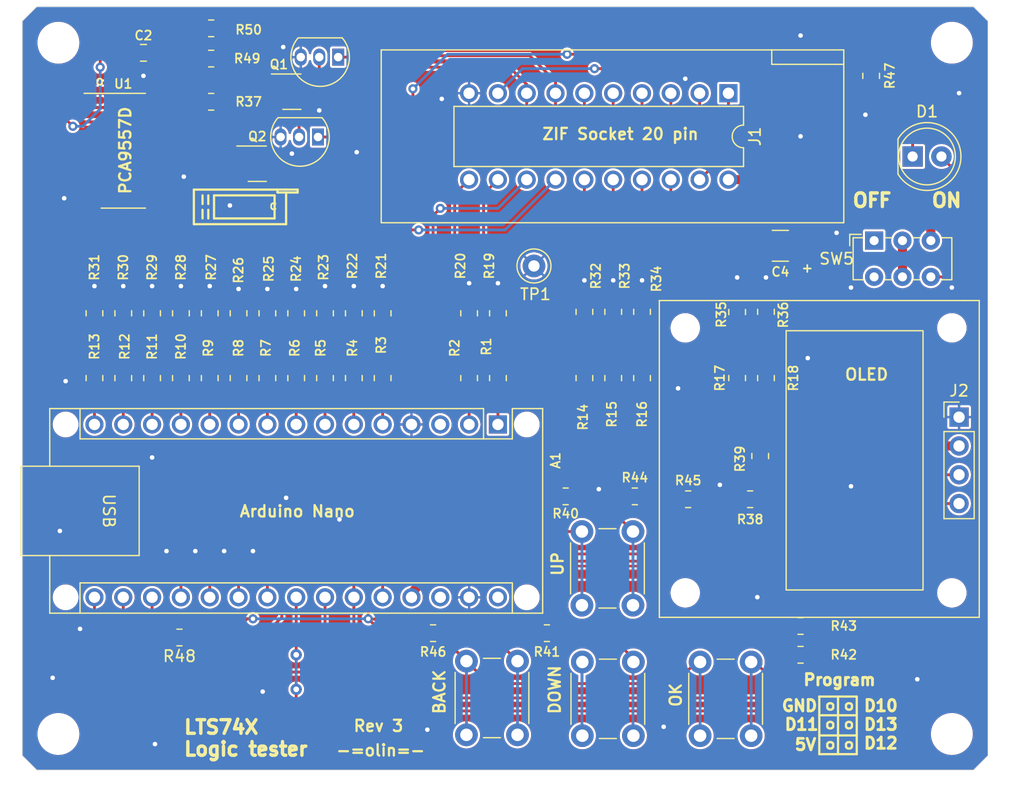
<source format=kicad_pcb>
(kicad_pcb (version 20230410) (generator pcbnew)
  (title_block (title "LTS74X Logic tester") (date "2023-06-23") (rev "3"))
  (layers (0 "F.Cu" signal) (31 "B.Cu" signal) (34 "B.Paste" user) (35 "F.Paste" user) (36 "B.SilkS" user "B.Silkscreen") (37 "F.SilkS" user "F.Silkscreen") (38 "B.Mask" user) (39 "F.Mask" user) (44 "Edge.Cuts" user))
  (net 0 "")
  (net 1 "Net-(A1-D1{slash}TX)")
  (net 2 "Net-(A1-D0{slash}RX)")
  (net 4 "GND")
  (net 5 "Net-(A1-D2)")
  (net 6 "Net-(A1-D3)")
  (net 7 "Net-(A1-D4)")
  (net 8 "Net-(A1-D5)")
  (net 9 "Net-(A1-D6)")
  (net 10 "Net-(A1-D7)")
  (net 11 "Net-(A1-D8)")
  (net 12 "Net-(A1-D9)")
  (net 13 "Net-(A1-D10)")
  (net 14 "Net-(A1-D11)")
  (net 15 "Net-(A1-D12)")
  (net 16 "Net-(A1-D13)")
  (net 17 "3V3")
  (net 18 "Net-(A1-A0)")
  (net 19 "Net-(A1-A1)")
  (net 20 "Net-(A1-A2)")
  (net 21 "Net-(A1-A3)")
  (net 22 "Net-(A1-A7)")
  (net 23 "SCL")
  (net 24 "KEYB")
  (net 25 "5V")
  (net 28 "Net-(D1-K)")
  (net 29 "Net-(D1-A)")
  (net 30 "ZIF1")
  (net 31 "ZIF2")
  (net 32 "ZIF3")
  (net 33 "ZIF4")
  (net 34 "ZIF5")
  (net 35 "ZIF6")
  (net 36 "ZIF7")
  (net 37 "ZIF8")
  (net 38 "ZIF9")
  (net 39 "ZIF11")
  (net 40 "ZIF12")
  (net 41 "ZIF13")
  (net 42 "ZIF14")
  (net 43 "ZIF15")
  (net 44 "ZIF16")
  (net 45 "ZIF17")
  (net 46 "ZIF18")
  (net 47 "ZIF19")
  (net 48 "5V_SW")
  (net 49 "SDA")
  (net 50 "ZIF_G7")
  (net 51 "ZIF_G8")
  (net 52 "Net-(U1-~{RESET})")
  (net 54 "Net-(R41-Pad1)")
  (net 55 "Net-(R42-Pad1)")
  (net 56 "Net-(R44-Pad2)")
  (net 57 "Net-(R44-Pad1)")
  (net 58 "Net-(R46-Pad1)")
  (net 66 "Net-(A1-AREF)")
  (footprint "Resistor_SMD:R_0805_2012Metric_Pad1.20x1.40mm_HandSolder" (layer "F.Cu") (at 95.758 142.875 180)
    (fp_text reference "R41")
    (fp_text value "10k")
  )
  (footprint "Resistor_SMD:R_0805_2012Metric_Pad1.20x1.40mm_HandSolder" (layer "F.Cu") (at 88.9 114.665 -90)
    (fp_text reference "R20")
    (fp_text value "470k")
  )
  (footprint "Resistor_SMD:R_0805_2012Metric_Pad1.20x1.40mm_HandSolder" (layer "F.Cu") (at 55.88 120.38 -90)
    (fp_text reference "R13")
    (fp_text value "1k")
  )
  (footprint "Resistor_SMD:R_0805_2012Metric_Pad1.20x1.40mm_HandSolder" (layer "F.Cu") (at 76.2 114.665 -90)
    (fp_text reference "R23")
    (fp_text value "470k")
  )
  (footprint "MountingHole:MountingHole_3.2mm_M3" (layer "F.Cu") (at 131.445 90.805)
    (fp_text reference "H1" hide)
    (fp_text value "MountingHole")
  )
  (footprint "Resistor_SMD:R_0805_2012Metric_Pad1.20x1.40mm_HandSolder" (layer "F.Cu") (at 88.9 120.38 -90)
    (fp_text reference "R2")
    (fp_text value "1k")
  )
  (footprint "Resistor_SMD:R_0805_2012Metric_Pad1.20x1.40mm_HandSolder" (layer "F.Cu") (at 101.6 114.538 -90)
    (fp_text reference "R33")
    (fp_text value "470k")
  )
  (footprint "Resistor_SMD:R_0805_2012Metric_Pad1.20x1.40mm_HandSolder" (layer "F.Cu") (at 63.5 114.665 -90)
    (fp_text reference "R28")
    (fp_text value "470k")
  )
  (footprint "Resistor_SMD:R_0805_2012Metric_Pad1.20x1.40mm_HandSolder" (layer "F.Cu") (at 99.06 114.538 -90)
    (fp_text reference "R32")
    (fp_text value "470k")
  )
  (footprint "Package_TO_SOT_SMD:SOT-23-3" (layer "F.Cu") (at 73.279 95.123)
    (fp_text reference "Q1")
    (fp_text value "N_MOS")
  )
  (footprint "Resistor_SMD:R_0805_2012Metric_Pad1.20x1.40mm_HandSolder" (layer "F.Cu") (at 114.554 127.254 -90)
    (fp_text reference "R39")
    (fp_text value "10k")
  )
  (footprint "Resistor_SMD:R_0805_2012Metric_Pad1.20x1.40mm_HandSolder" (layer "F.Cu") (at 103.505 130.81)
    (fp_text reference "R44")
    (fp_text value "10k")
  )
  (footprint "Resistor_SMD:R_0805_2012Metric_Pad1.20x1.40mm_HandSolder" (layer "F.Cu") (at 104.14 120.38 -90)
    (fp_text reference "R16")
    (fp_text value "1k")
  )
  (footprint "LED_THT:LED_D5.0mm" (layer "F.Cu") (at 127.986 100.838)
    (fp_text reference "D1")
    (fp_text value "LED")
  )
  (footprint "Resistor_SMD:R_0805_2012Metric_Pad1.20x1.40mm_HandSolder" (layer "F.Cu") (at 58.42 114.665 -90)
    (fp_text reference "R30")
    (fp_text value "470k")
  )
  (footprint "Resistor_SMD:R_0805_2012Metric_Pad1.20x1.40mm_HandSolder" (layer "F.Cu") (at 112.522 120.38 -90)
    (fp_text reference "R17")
    (fp_text value "1k")
  )
  (footprint "Resistor_SMD:R_0805_2012Metric_Pad1.20x1.40mm_HandSolder" (layer "F.Cu") (at 101.6 120.38 -90)
    (fp_text reference "R15")
    (fp_text value "1k")
  )
  (footprint "Resistor_SMD:R_0805_2012Metric_Pad1.20x1.40mm_HandSolder" (layer "F.Cu") (at 91.44 114.665 -90)
    (fp_text reference "R19")
    (fp_text value "470k")
  )
  (footprint "Resistor_SMD:R_0805_2012Metric_Pad1.20x1.40mm_HandSolder" (layer "F.Cu") (at 99.06 120.38 -90)
    (fp_text reference "R14")
    (fp_text value "1k")
  )
  (footprint "MountingHole:MountingHole_3.2mm_M3" (layer "F.Cu") (at 52.705 90.805)
    (fp_text reference "H4" hide)
    (fp_text value "MountingHole")
  )
  (footprint "Resistor_SMD:R_0805_2012Metric_Pad1.20x1.40mm_HandSolder" (layer "F.Cu") (at 118.11 142.24 180)
    (fp_text reference "R43")
    (fp_text value "10k")
  )
  (footprint "Resistor_SMD:R_0805_2012Metric_Pad1.20x1.40mm_HandSolder" (layer "F.Cu") (at 63.373 143.256 180)
    (fp_text reference "R48")
    (fp_text value "2k2")
  )
  (footprint "Resistor_SMD:R_0805_2012Metric_Pad1.20x1.40mm_HandSolder" (layer "F.Cu") (at 112.522 114.554 -90)
    (fp_text reference "R35")
    (fp_text value "470k")
  )
  (footprint "Resistor_SMD:R_0805_2012Metric_Pad1.20x1.40mm_HandSolder" (layer "F.Cu") (at 66.167 89.535 180)
    (fp_text reference "R50")
    (fp_text value "10k")
  )
  (footprint "Resistor_SMD:R_0805_2012Metric_Pad1.20x1.40mm_HandSolder" (layer "F.Cu") (at 66.04 114.665 -90)
    (fp_text reference "R27")
    (fp_text value "470k")
  )
  (footprint "Resistor_SMD:R_0805_2012Metric_Pad1.20x1.40mm_HandSolder" (layer "F.Cu") (at 71.12 120.38 -90)
    (fp_text reference "R7")
    (fp_text value "1k")
  )
  (footprint "Resistor_SMD:R_0805_2012Metric_Pad1.20x1.40mm_HandSolder" (layer "F.Cu") (at 97.409 130.81 180)
    (fp_text reference "R40")
    (fp_text value "10k")
  )
  (footprint "Resistor_SMD:R_0805_2012Metric_Pad1.20x1.40mm_HandSolder" (layer "F.Cu") (at 78.74 120.38 -90)
    (fp_text reference "R4")
    (fp_text value "1k")
  )
  (footprint "Resistor_SMD:R_0805_2012Metric_Pad1.20x1.40mm_HandSolder" (layer "F.Cu") (at 55.88 114.665 -90)
    (fp_text reference "R31")
    (fp_text value "470k")
  )
  (footprint "Resistor_SMD:R_0805_2012Metric_Pad1.20x1.40mm_HandSolder" (layer "F.Cu") (at 60.96 114.665 -90)
    (fp_text reference "R29")
    (fp_text value "470k")
  )
  (footprint "Package_SO:SO-16_3.9x9.9mm_P1.27mm" (layer "F.Cu") (at 58.42 100.33)
    (fp_text reference "U1")
    (fp_text value "PCA9557D")
  )
  (footprint "Resistor_SMD:R_0805_2012Metric_Pad1.20x1.40mm_HandSolder" (layer "F.Cu") (at 81.28 120.38 -90)
    (fp_text reference "R3")
    (fp_text value "1k")
  )
  (footprint "MountingHole:MountingHole_3.2mm_M3" (layer "F.Cu") (at 131.445 151.765)
    (fp_text reference "H2" hide)
    (fp_text value "MountingHole")
  )
  (footprint "Resistor_SMD:R_0805_2012Metric_Pad1.20x1.40mm_HandSolder" (layer "F.Cu") (at 68.58 114.665 -90)
    (fp_text reference "R26")
    (fp_text value "470k")
  )
  (footprint "Capacitor_SMD:C_0805_2012Metric" (layer "F.Cu") (at 60.198 91.694 180)
    (fp_text reference "C2")
    (fp_text value "0.1u")
  )
  (footprint "Resistor_SMD:R_0805_2012Metric_Pad1.20x1.40mm_HandSolder" (layer "F.Cu") (at 81.28 114.665 -90)
    (fp_text reference "R21")
    (fp_text value "470k")
  )
  (footprint "Module:Arduino_Nano_WithMountingHoles" (layer "F.Cu") (at 91.44 124.47 -90)
    (fp_text reference "A1")
    (fp_text value "Arduino_Nano_v3.x")
  )
  (footprint "TestPoint:TestPoint_Loop_D2.50mm_Drill1.0mm" (layer "F.Cu") (at 94.615 110.49)
    (fp_text reference "TP1")
    (fp_text value "TestPoint_Small")
  )
  (footprint "Resistor_SMD:R_0805_2012Metric_Pad1.20x1.40mm_HandSolder" (layer "F.Cu") (at 66.04 120.38 -90)
    (fp_text reference "R9")
    (fp_text value "1k")
  )
  (footprint "Button_Switch_THT:SW_PUSH_6mm" (layer "F.Cu") (at 109.256 151.915 90)
    (fp_text reference "SW1" hide)
    (fp_text value "OK (2V2)")
  )
  (footprint "Resistor_SMD:R_0805_2012Metric_Pad1.20x1.40mm_HandSolder" (layer "F.Cu") (at 60.96 120.38 -90)
    (fp_text reference "R11")
    (fp_text value "1k")
  )
  (footprint "Capacitor_SMD:C_1210_3225Metric" (layer "F.Cu") (at 116.332 108.712 180)
    (fp_text reference "C4")
    (fp_text value "22u")
  )
  (footprint "Button_Switch_THT:SW_E-Switch_EG1271_SPDT" (layer "F.Cu") (at 124.5925 108.255)
    (fp_text reference "SW5")
    (fp_text value "SW_Push_DPDT")
  )
  (footprint "Resistor_SMD:R_0805_2012Metric_Pad1.20x1.40mm_HandSolder" (layer "F.Cu") (at 73.66 114.665 -90)
    (fp_text reference "R24")
    (fp_text value "470k")
  )
  (footprint "Resistor_SMD:R_0805_2012Metric_Pad1.20x1.40mm_HandSolder" (layer "F.Cu") (at 85.725 142.875 180)
    (fp_text reference "R46")
    (fp_text value "2k2")
  )
  (footprint "Resistor_SMD:R_0805_2012Metric_Pad1.20x1.40mm_HandSolder" (layer "F.Cu") (at 76.2 120.38 -90)
    (fp_text reference "R5")
    (fp_text value "1k")
  )
  (footprint "Resistor_SMD:R_0805_2012Metric_Pad1.20x1.40mm_HandSolder" (layer "F.Cu") (at 63.5 120.38 -90)
    (fp_text reference "R10")
    (fp_text value "1k")
  )
  (footprint "Package_TO_SOT_THT:TO-92L_Inline" (layer "F.Cu") (at 75.184 99.118 180)
    (fp_text reference "Q2" hide)
    (fp_text value "TO-92L_Inline")
  )
  (footprint "MountingHole:MountingHole_2.1mm" (layer "F.Cu") (at 107.95 115.951)
    (fp_text reference "H6" hide)
    (fp_text value "MountingHole")
  )
  (footprint "Package_TO_SOT_SMD:SOT-23-3" (layer "F.Cu") (at 70.231 101.473)
    (fp_text reference "Q2")
    (fp_text value "N_MOS")
  )
  (footprint "MountingHole:MountingHole_2.1mm" (layer "F.Cu") (at 107.95 139.319)
    (fp_text reference "H8" hide)
    (fp_text value "MountingHole")
  )
  (footprint "Resistor_SMD:R_0805_2012Metric_Pad1.20x1.40mm_HandSolder" (layer "F.Cu") (at 124.333 93.726 -90)
    (fp_text reference "R47")
    (fp_text value "1k")
  )
  (footprint "Button_Switch_THT:SW_PUSH_6mm" (layer "F.Cu") (at 98.842 140.41 90)
    (fp_text reference "SW3" hide)
    (fp_text value "Up (1V1)")
  )
  (footprint "Resistor_SMD:R_0805_2012Metric_Pad1.20x1.40mm_HandSolder" (layer "F.Cu") (at 113.665 131.064)
    (fp_text reference "R38")
    (fp_text value "10k")
  )
  (footprint "Resistor_SMD:R_0805_2012Metric_Pad1.20x1.40mm_HandSolder" (layer "F.Cu") (at 104.14 114.538 -90)
    (fp_text reference "R34")
    (fp_text value "470k")
  )
  (footprint "Button_Switch_THT:SW_PUSH_6mm" (layer "F.Cu") (at 98.878 151.915 90)
    (fp_text reference "SW2" hide)
    (fp_text value "Down (1V6)")
  )
  (footprint "Resistor_SMD:R_0805_2012Metric_Pad1.20x1.40mm_HandSolder" (layer "F.Cu") (at 66.167 92.202 180)
    (fp_text reference "R49")
    (fp_text value "10k")
  )
  (footprint "MountingHole:MountingHole_2.1mm" (layer "F.Cu") (at 131.445 115.951)
    (fp_text reference "H5" hide)
    (fp_text value "MountingHole")
  )
  (footprint "Resistor_SMD:R_0805_2012Metric_Pad1.20x1.40mm_HandSolder" (layer "F.Cu") (at 73.66 120.38 -90)
    (fp_text reference "R6")
    (fp_text value "1k")
  )
  (footprint "Resistor_SMD:R_0805_2012Metric_Pad1.20x1.40mm_HandSolder" (layer "F.Cu") (at 108.204 131.064)
    (fp_text reference "R45")
    (fp_text value "10k")
  )
  (footprint "Resistor_SMD:R_0805_2012Metric_Pad1.20x1.40mm_HandSolder" (layer "F.Cu") (at 66.167 96.012 180)
    (fp_text reference "R37")
    (fp_text value "10k")
  )
  (footprint "Resistor_SMD:R_0805_2012Metric_Pad1.20x1.40mm_HandSolder" (layer "F.Cu") (at 118.11 144.78 180)
    (fp_text reference "R42")
    (fp_text value "10k")
  )
  (footprint "Button_Switch_THT:SW_PUSH_6mm" (layer "F.Cu") (at 88.665564 151.84 90)
    (fp_text reference "SW4" hide)
    (fp_text value "Back (2V7)")
  )
  (footprint "Resistor_SMD:R_0805_2012Metric_Pad1.20x1.40mm_HandSolder" (layer "F.Cu") (at 115.062 114.538 -90)
    (fp_text reference "R36")
    (fp_text value "470k")
  )
  (footprint "Package_DIP:DIP-20_W7.62mm" (layer "F.Cu") (at 111.755 95.26 -90)
    (fp_text reference "J1")
    (fp_text value "ZIF Socket")
  )
  (footprint "Resistor_SMD:R_0805_2012Metric_Pad1.20x1.40mm_HandSolder" (layer "F.Cu") (at 68.58 120.38 -90)
    (fp_text reference "R8")
    (fp_text value "1k")
  )
  (footprint "Resistor_SMD:R_0805_2012Metric_Pad1.20x1.40mm_HandSolder" (layer "F.Cu") (at 91.44 120.38 -90)
    (fp_text reference "R1")
    (fp_text value "1k")
  )
  (footprint "MountingHole:MountingHole_2.1mm" (layer "F.Cu") (at 131.445 139.319)
    (fp_text reference "H7" hide)
    (fp_text value "MountingHole")
  )
  (footprint "Package_TO_SOT_THT:TO-92L_Inline" (layer "F.Cu") (at 76.962 92.075 180)
    (fp_text reference "Q1" hide)
    (fp_text value "TO-92L_Inline")
  )
  (footprint "Resistor_SMD:R_0805_2012Metric_Pad1.20x1.40mm_HandSolder" (layer "F.Cu") (at 71.12 114.665 -90)
    (fp_text reference "R25")
    (fp_text value "470k")
  )
  (footprint "Connector_PinHeader_2.54mm:PinHeader_1x04_P2.54mm_Vertical" (layer "F.Cu") (at 132.08 123.825)
    (fp_text reference "J2")
    (fp_text value "OLED SSD1306")
  )
  (footprint "Resistor_SMD:R_0805_2012Metric_Pad1.20x1.40mm_HandSolder" (layer "F.Cu") (at 115.062 120.38 -90)
    (fp_text reference "R18")
    (fp_text value "1k")
  )
  (footprint "Resistor_SMD:R_0805_2012Metric_Pad1.20x1.40mm_HandSolder" (layer "F.Cu") (at 58.42 120.38 -90)
    (fp_text reference "R12")
    (fp_text value "1k")
  )
  (footprint "Resistor_SMD:R_0805_2012Metric_Pad1.20x1.40mm_HandSolder" (layer "F.Cu") (at 78.74 114.665 -90)
    (fp_text reference "R22")
    (fp_text value "470k")
  )
  (footprint "MountingHole:MountingHole_3.2mm_M3" (layer "F.Cu") (at 52.705 151.765)
    (fp_text reference "H3" hide)
    (fp_text value "MountingHole")
  )
  (gr_line (start 66.421 104.267) (end 71.755 104.267) (stroke (width 0.2)) (layer "F.SilkS"))
  (gr_line (start 115.57 92.71) (end 115.57 91.44) (stroke (width 0.12)) (layer "F.SilkS"))
  (gr_line (start 81.153 106.68) (end 121.92 106.68) (stroke (width 0.12)) (layer "F.SilkS"))
  (gr_line (start 123.063 148.463) (end 123.063 153.543) (stroke (width 0.2)) (layer "F.SilkS"))
  (gr_line (start 73.787 104.013) (end 73.787 103.759) (stroke (width 0.2)) (layer "F.SilkS"))
  (gr_line (start 72.771 104.013) (end 72.771 106.807) (stroke (width 0.2)) (layer "F.SilkS"))
  (gr_line (start 65.405 106.299) (end 65.405 105.537) (stroke (width 0.2)) (layer "F.SilkS"))
  (gr_line (start 123.063 153.543) (end 119.761 153.543) (stroke (width 0.2)) (layer "F.SilkS"))
  (gr_line (start 71.755 104.267) (end 71.755 106.299) (stroke (width 0.2)) (layer "F.SilkS"))
  (gr_line (start 73.787 103.759) (end 72.771 103.759) (stroke (width 0.2)) (layer "F.SilkS"))
  (gr_line (start 121.412 148.463) (end 121.412 153.543) (stroke (width 0.2)) (layer "F.SilkS"))
  (gr_line (start 119.761 153.543) (end 119.761 148.463) (stroke (width 0.2)) (layer "F.SilkS"))
  (gr_line (start 133.858 141.478) (end 133.858 113.538) (stroke (width 0.12)) (layer "F.SilkS"))
  (gr_line (start 64.643 103.759) (end 72.771 103.759) (stroke (width 0.2)) (layer "F.SilkS"))
  (gr_line (start 66.421 106.299) (end 66.421 104.267) (stroke (width 0.2)) (layer "F.SilkS"))
  (gr_line (start 65.405 105.029) (end 65.405 104.267) (stroke (width 0.2)) (layer "F.SilkS"))
  (gr_line (start 119.761 148.463) (end 123.063 148.463) (stroke (width 0.2)) (layer "F.SilkS"))
  (gr_line (start 105.664 141.478) (end 133.858 141.478) (stroke (width 0.12)) (layer "F.SilkS"))
  (gr_line (start 119.761 150.114) (end 123.063 150.114) (stroke (width 0.2)) (layer "F.SilkS"))
  (gr_line (start 119.761 151.892) (end 123.063 151.892) (stroke (width 0.2)) (layer "F.SilkS"))
  (gr_rect (start 116.84 116.205) (end 128.905 139.065) (stroke (width 0.12)) (fill none) (layer "F.SilkS"))
  (gr_line (start 65.913 105.537) (end 65.913 106.299) (stroke (width 0.2)) (layer "F.SilkS"))
  (gr_line (start 121.92 92.71) (end 115.57 92.71) (stroke (width 0.12)) (layer "F.SilkS"))
  (gr_line (start 72.009 104.013) (end 73.787 104.013) (stroke (width 0.2)) (layer "F.SilkS"))
  (gr_line (start 81.153 106.68) (end 81.153 91.44) (stroke (width 0.12)) (layer "F.SilkS"))
  (gr_line (start 72.771 106.807) (end 64.643 106.807) (stroke (width 0.2)) (layer "F.SilkS"))
  (gr_line (start 71.755 106.299) (end 66.421 106.299) (stroke (width 0.2)) (layer "F.SilkS"))
  (gr_line (start 121.92 91.44) (end 81.153 91.44) (stroke (width 0.12)) (layer "F.SilkS"))
  (gr_line (start 72.009 103.759) (end 72.009 104.013) (stroke (width 0.2)) (layer "F.SilkS"))
  (gr_line (start 121.92 106.68) (end 121.92 91.44) (stroke (width 0.12)) (layer "F.SilkS"))
  (gr_line (start 132.588 113.538) (end 105.664 113.538) (stroke (width 0.12)) (layer "F.SilkS"))
  (gr_line (start 65.913 104.267) (end 65.913 105.029) (stroke (width 0.2)) (layer "F.SilkS"))
  (gr_line (start 133.858 113.538) (end 132.588 113.538) (stroke (width 0.12)) (layer "F.SilkS"))
  (gr_line (start 105.664 113.538) (end 105.664 141.478) (stroke (width 0.12)) (layer "F.SilkS"))
  (gr_line (start 64.643 106.807) (end 64.643 103.759) (stroke (width 0.2)) (layer "F.SilkS"))
  (gr_line (start 49.53 88.9) (end 50.8 87.63) (stroke (width 0.05)) (layer "Edge.Cuts"))
  (gr_line (start 134.62 153.67) (end 133.35 154.94) (stroke (width 0.05)) (layer "Edge.Cuts"))
  (gr_line (start 50.8 154.94) (end 49.53 153.67) (stroke (width 0.05)) (layer "Edge.Cuts"))
  (gr_line (start 49.53 153.67) (end 49.53 88.9) (stroke (width 0.05)) (layer "Edge.Cuts"))
  (gr_line (start 134.62 88.9) (end 134.62 153.67) (stroke (width 0.05)) (layer "Edge.Cuts"))
  (gr_line (start 133.35 87.63) (end 134.62 88.9) (stroke (width 0.05)) (layer "Edge.Cuts"))
  (gr_line (start 50.8 87.63) (end 133.35 87.63) (stroke (width 0.05)) (layer "Edge.Cuts"))
  (gr_line (start 133.35 154.94) (end 50.8 154.94) (stroke (width 0.05)) (layer "Edge.Cuts"))
  (gr_text "o" (at 121.793 149.733) (layer "F.SilkS") (effects (font (size 0.85 1) (thickness 0.2) bold) (justify left bottom)))
  (gr_text "OLED" (at 121.92 120.65) (layer "F.SilkS") (effects (font (size 1 1) (thickness 0.2) bold) (justify left bottom)))
  (gr_text "o" (at 121.793 153.162) (layer "F.SilkS") (effects (font (size 0.85 1) (thickness 0.2) bold) (justify left bottom)))
  (gr_text "o" (at 120.142 149.733) (layer "F.SilkS") (effects (font (size 0.85 1) (thickness 0.2) bold) (justify left bottom)))
  (gr_text "GND" (at 116.332 149.86) (layer "F.SilkS") (effects (font (size 1 1) (thickness 0.25) bold) (justify left bottom)))
  (gr_text "o" (at 120.142 151.384) (layer "F.SilkS") (effects (font (size 0.85 1) (thickness 0.2) bold) (justify left bottom)))
  (gr_text "LTS74X\nLogic tester" (at 63.627 153.797) (layer "F.SilkS") (effects (font (size 1.2 1.2) (thickness 0.3) bold) (justify left bottom)))
  (gr_text "Arduino Nano" (at 68.58 132.715) (layer "F.SilkS") (effects (font (size 1 1) (thickness 0.2) bold) (justify left bottom)))
  (gr_text "c" (at 71.205442 105.60022) (layer "F.SilkS") (effects (font (size 0.8 0.8) (thickness 0.15) bold) (justify left bottom)))
  (gr_text "D12" (at 123.571 153.162) (layer "F.SilkS") (effects (font (size 1 1) (thickness 0.25) bold) (justify left bottom)))
  (gr_text "D10" (at 123.571 149.86) (layer "F.SilkS") (effects (font (size 1 1) (thickness 0.25) bold) (justify left bottom)))
  (gr_text "ZIF Socket 20 pin" (at 95.25 99.441) (layer "F.SilkS") (effects (font (size 1 1) (thickness 0.2) bold) (justify left bottom)))
  (gr_text "BACK" (at 86.868 150.114 90) (layer "F.SilkS") (effects (font (size 1 1) (thickness 0.2) bold) (justify left bottom)))
  (gr_text "+" (at 118.11 111.125) (layer "F.SilkS") (effects (font (size 0.8 0.8) (thickness 0.15) bold) (justify left bottom)))
  (gr_text "D11" (at 116.586 151.511) (layer "F.SilkS") (effects (font (size 1 1) (thickness 0.25) bold) (justify left bottom)))
  (gr_text "Rev 3" (at 78.613 151.638) (layer "F.SilkS") (effects (font (size 1 1) (thickness 0.2) bold) (justify left bottom)))
  (gr_text "PCA9557D" (at 59.182 104.267 90) (layer "F.SilkS") (effects (font (size 1 1) (thickness 0.2) bold) (justify left bottom)))
  (gr_text "UP" (at 97.282 137.922 90) (layer "F.SilkS") (effects (font (size 1 1) (thickness 0.2) bold) (justify left bottom)))
  (gr_text "o" (at 121.793 151.384) (layer "F.SilkS") (effects (font (size 0.85 1) (thickness 0.2) bold) (justify left bottom)))
  (gr_text "OK" (at 107.696 149.479 90) (layer "F.SilkS") (effects (font (size 1 1) (thickness 0.2) bold) (justify left bottom)))
  (gr_text "D13" (at 123.571 151.511) (layer "F.SilkS") (effects (font (size 1 1) (thickness 0.25) bold) (justify left bottom)))
  (gr_text "o" (at 120.142 153.162) (layer "F.SilkS") (effects (font (size 0.85 1) (thickness 0.2) bold) (justify left bottom)))
  (gr_text "5V" (at 117.475 153.289) (layer "F.SilkS") (effects (font (size 1 1) (thickness 0.25) bold) (justify left bottom)))
  (gr_text "DOWN" (at 97.028 150.114 90) (layer "F.SilkS") (effects (font (size 1 1) (thickness 0.2) bold) (justify left bottom)))
  (gr_text "-=olin=-" (at 77.089 153.797) (layer "F.SilkS") (effects (font (size 1 1) (thickness 0.2) bold) (justify left bottom)))
  (gr_text "OFF    ON" (at 122.555 105.41) (layer "F.SilkS") (effects (font (size 1.2 1.2) (thickness 0.3) bold) (justify left bottom)))
  (gr_text "Program" (at 118.237 147.574) (layer "F.SilkS") (effects (font (size 1 1) (thickness 0.25) bold) (justify left bottom)))
  (gr_text "o" (at 55.88 94.615) (layer "F.SilkS") (effects (font (size 0.8 0.8) (thickness 0.15) bold) (justify left bottom)))
  (segment (start 91.44 124.47) (end 91.44 121.38) (width 0.25) (layer "F.Cu") (net 1))
  (segment (start 88.9 124.47) (end 88.9 121.38) (width 0.25) (layer "F.Cu") (net 2))
  (via (at 123.825 97.155) (size 0.8) (drill 0.4) (layers "F.Cu" "B.Cu") (net 4))
  (via (at 118.11 99.06) (size 0.8) (drill 0.4) (layers "F.Cu" "B.Cu") (net 4))
  (via (at 104.14 111.76) (size 0.8) (drill 0.4) (layers "F.Cu" "B.Cu") (net 4))
  (via (at 52.197 146.812) (size 0.8) (drill 0.4) (layers "F.Cu" "B.Cu") (net 4))
  (via (at 63.5 112.268) (size 0.8) (drill 0.4) (layers "F.Cu" "B.Cu") (net 4))
  (via (at 61.214 152.654) (size 0.8) (drill 0.4) (layers "F.Cu" "B.Cu") (net 4))
  (via (at 100.33 130.175) (size 0.8) (drill 0.4) (layers "F.Cu" "B.Cu") (net 4))
  (via (at 66.04 112.268) (size 0.8) (drill 0.4) (layers "F.Cu" "B.Cu") (net 4))
  (via (at 53.34 120.65) (size 0.8) (drill 0.4) (layers "F.Cu" "B.Cu") (net 4))
  (via (at 86.487 95.758) (size 0.8) (drill 0.4) (layers "F.Cu" "B.Cu") (net 4))
  (via (at 64.77 135.636) (size 0.8) (drill 0.4) (layers "F.Cu" "B.Cu") (net 4))
  (via (at 70.707048 148.0275) (size 0.8) (drill 0.4) (layers "F.Cu" "B.Cu") (net 4))
  (via (at 73.66 112.522) (size 0.8) (drill 0.4) (layers "F.Cu" "B.Cu") (net 4))
  (via (at 115.062 111.506) (size 0.8) (drill 0.4) (layers "F.Cu" "B.Cu") (net 4))
  (via (at 75.692 96.774) (size 0.8) (drill 0.4) (layers "F.Cu" "B.Cu") (net 4))
  (via (at 121.285 107.569) (size 0.8) (drill 0.4) (layers "F.Cu" "B.Cu") (net 4))
  (via (at 132.08 95.25) (size 0.8) (drill 0.4) (layers "F.Cu" "B.Cu") (net 4))
  (via (at 99.06 111.76) (size 0.8) (drill 0.4) (layers "F.Cu" "B.Cu") (net 4))
  (via (at 71.12 112.522) (size 0.8) (drill 0.4) (layers "F.Cu" "B.Cu") (net 4))
  (via (at 58.42 112.268) (size 0.8) (drill 0.4) (layers "F.Cu" "B.Cu") (net 4))
  (via (at 106.045 151.13) (size 0.8) (drill 0.4) (layers "F.Cu" "B.Cu") (net 4))
  (via (at 53.213 104.521) (size 0.8) (drill 0.4) (layers "F.Cu" "B.Cu") (net 4))
  (via (at 67.31 135.636) (size 0.8) (drill 0.4) (layers "F.Cu" "B.Cu") (net 4))
  (via (at 72.517 91.186) (size 0.8) (drill 0.4) (layers "F.Cu" "B.Cu") (net 4))
  (via (at 85.217 151.384) (size 0.8) (drill 0.4) (layers "F.Cu" "B.Cu") (net 4))
  (via (at 114.3 139.7) (size 0.8) (drill 0.4) (layers "F.Cu" "B.Cu") (net 4))
  (via (at 107.315 121.285) (size 0.8) (drill 0.4) (layers "F.Cu" "B.Cu") (net 4))
  (via (at 68.58 112.522) (size 0.8) (drill 0.4) (layers "F.Cu" "B.Cu") (net 4))
  (via (at 72.771 130.937) (size 0.8) (drill 0.4) (layers "F.Cu" "B.Cu") (net 4))
  (via (at 60.96 112.268) (size 0.8) (drill 0.4) (layers "F.Cu" "B.Cu") (net 4))
  (via (at 131.445 112.395) (size 0.8) (drill 0.4) (layers "F.Cu" "B.Cu") (net 4))
  (via (at 55.88 112.268) (size 0.8) (drill 0.4) (layers "F.Cu" "B.Cu") (net 4))
  (via (at 62.23 135.636) (size 0.8) (drill 0.4) (layers "F.Cu" "B.Cu") (net 4))
  (via (at 76.2 112.268) (size 0.8) (drill 0.4) (layers "F.Cu" "B.Cu") (net 4))
  (via (at 107.95 93.98) (size 0.8) (drill 0.4) (layers "F.Cu" "B.Cu") (net 4))
  (via (at 91.44 112.014) (size 0.8) (drill 0.4) (layers "F.Cu" "B.Cu") (net 4))
  (via (at 60.96 127.381) (size 0.8) (drill 0.4) (layers "F.Cu" "B.Cu") (net 4))
  (via (at 118.11 90.17) (size 0.8) (drill 0.4) (layers "F.Cu" "B.Cu") (net 4))
  (via (at 122.555 129.921) (size 0.8) (drill 0.4) (layers "F.Cu" "B.Cu") (net 4))
  (via (at 112.522 111.506) (size 0.8) (drill 0.4) (layers "F.Cu" "B.Cu") (net 4))
  (via (at 63.754 102.616) (size 0.8) (drill 0.4) (layers "F.Cu" "B.Cu") (net 4))
  (via (at 81.28 112.268) (size 0.8) (drill 0.4) (layers "F.Cu" "B.Cu") (net 4))
  (via (at 60.198 93.726) (size 0.8) (drill 0.4) (layers "F.Cu" "B.Cu") (net 4))
  (via (at 78.74 112.268) (size 0.8) (drill 0.4) (layers "F.Cu" "B.Cu") (net 4))
  (via (at 122.555 112.395) (size 0.8) (drill 0.4) (layers "F.Cu" "B.Cu") (net 4))
  (via (at 118.745 118.618) (size 0.8) (drill 0.4) (layers "F.Cu" "B.Cu") (net 4))
  (via (at 52.832 133.858) (size 0.8) (drill 0.4) (layers "F.Cu" "B.Cu") (net 4))
  (via (at 67.818 105.156) (size 0.8) (drill 0.4) (layers "F.Cu" "B.Cu") (net 4))
  (via (at 110.998 129.794) (size 0.8) (drill 0.4) (layers "F.Cu" "B.Cu") (net 4))
  (via (at 88.9 112.014) (size 0.8) (drill 0.4) (layers "F.Cu" "B.Cu") (net 4))
  (via (at 78.994 100.457) (size 0.8) (drill 0.4) (layers "F.Cu" "B.Cu") (net 4))
  (via (at 101.6 111.76) (size 0.8) (drill 0.4) (layers "F.Cu" "B.Cu") (net 4))
  (via (at 77.47 132.842) (size 0.8) (drill 0.4) (layers "F.Cu" "B.Cu") (net 4))
  (via (at 54.61 142.494) (size 0.8) (drill 0.4) (layers "F.Cu" "B.Cu") (net 4))
  (via (at 128.397 146.939) (size 0.8) (drill 0.4) (layers "F.Cu" "B.Cu") (net 4))
  (via (at 73.279 100.584) (size 0.8) (drill 0.4) (layers "F.Cu" "B.Cu") (net 4))
  (via (at 69.85 135.636) (size 0.8) (drill 0.4) (layers "F.Cu" "B.Cu") (net 4))
  (segment (start 81.28 124.47) (end 81.28 121.38) (width 0.25) (layer "F.Cu") (net 5))
  (segment (start 78.74 124.47) (end 78.74 121.38) (width 0.25) (layer "F.Cu") (net 6))
  (segment (start 76.2 124.47) (end 76.2 121.38) (width 0.25) (layer "F.Cu") (net 7))
  (segment (start 73.66 124.47) (end 73.66 121.38) (width 0.25) (layer "F.Cu") (net 8))
  (segment (start 71.12 124.47) (end 71.12 121.38) (width 0.25) (layer "F.Cu") (net 9))
  (segment (start 68.58 124.47) (end 68.58 121.38) (width 0.25) (layer "F.Cu") (net 10))
  (segment (start 66.04 124.47) (end 66.04 121.38) (width 0.25) (layer "F.Cu") (net 11))
  (segment (start 63.5 124.47) (end 63.5 121.38) (width 0.25) (layer "F.Cu") (net 12))
  (segment (start 60.96 124.47) (end 60.96 121.38) (width 0.25) (layer "F.Cu") (net 13))
  (segment (start 58.42 124.47) (end 58.42 121.38) (width 0.25) (layer "F.Cu") (net 14))
  (segment (start 55.88 124.47) (end 55.88 121.38) (width 0.25) (layer "F.Cu") (net 15))
  (segment (start 76.454 129.286) (end 72.39 133.35) (width 0.25) (layer "F.Cu") (net 16))
  (segment (start 70.612 143.256) (end 67.183 146.685) (width 0.25) (layer "F.Cu") (net 16))
  (segment (start 67.183 146.685) (end 66.802 146.685) (width 0.25) (layer "F.Cu") (net 16))
  (segment (start 72.39 141.478) (end 70.612 143.256) (width 0.25) (layer "F.Cu") (net 16))
  (segment (start 108.966 129.286) (end 76.454 129.286) (width 0.25) (layer "F.Cu") (net 16))
  (segment (start 72.39 133.35) (end 72.39 141.478) (width 0.25) (layer "F.Cu") (net 16))
  (segment (start 115.062 121.38) (end 115.062 123.19) (width 0.25) (layer "F.Cu") (net 16))
  (segment (start 55.88 142.24) (end 55.88 140.0595) (width 0.25) (layer "F.Cu") (net 16))
  (segment (start 66.802 146.685) (end 60.325 146.685) (width 0.25) (layer "F.Cu") (net 16))
  (segment (start 60.325 146.685) (end 55.88 142.24) (width 0.25) (layer "F.Cu") (net 16))
  (segment (start 115.062 123.19) (end 108.966 129.286) (width 0.25) (layer "F.Cu") (net 16))
  (segment (start 109.093 133.096) (end 110.49 131.699) (width 0.25) (layer "F.Cu") (net 17))
  (segment (start 80.01 141.605) (end 80.0395 141.6345) (width 0.25) (layer "F.Cu") (net 17))
  (segment (start 80.01 137.795) (end 81.915 135.89) (width 0.25) (layer "F.Cu") (net 17))
  (segment (start 110.49 131.318) (end 110.236 131.064) (width 0.25) (layer "F.Cu") (net 17))
  (segment (start 115.57 144.145) (end 115.57 142.24) (width 0.25) (layer "F.Cu") (net 17))
  (segment (start 69.85 141.605) (end 69.342 141.605) (width 0.25) (layer "F.Cu") (net 17))
  (segment (start 58.42 139.71) (end 58.42 143.002) (width 0.25) (layer "F.Cu") (net 17))
  (segment (start 106.934 133.096) (end 109.093 133.096) (width 0.25) (layer "F.Cu") (net 17))
  (segment (start 80.0395 141.6345) (end 92.71 141.6345) (width 0.25) (layer "F.Cu") (net 17))
  (segment (start 84.725 142.875) (end 81.28 142.875) (width 0.25) (layer "F.Cu") (net 17))
  (segment (start 117.11 144.78) (end 116.205 144.78) (width 0.25) (layer "F.Cu") (net 17))
  (segment (start 80.01 141.605) (end 80.01 137.795) (width 0.25) (layer "F.Cu") (net 17))
  (segment (start 81.28 142.875) (end 80.01 141.605) (width 0.25) (layer "F.Cu") (net 17))
  (segment (start 110.236 131.064) (end 109.204 131.064) (width 0.25) (layer "F.Cu") (net 17))
  (segment (start 69.342 141.605) (end 65.913 145.034) (width 0.25) (layer "F.Cu") (net 17))
  (segment (start 110.49 131.699) (end 110.49 131.318) (width 0.25) (layer "F.Cu") (net 17))
  (segment (start 98.425 142.24) (end 97.8195 141.6345) (width 0.25) (layer "F.Cu") (net 17))
  (segment (start 104.14 135.89) (end 106.934 133.096) (width 0.25) (layer "F.Cu") (net 17))
  (segment (start 60.452 145.034) (end 65.913 145.034) (width 0.25) (layer "F.Cu") (net 17))
  (segment (start 94.885 142.875) (end 93.345 142.875) (width 0.25) (layer "F.Cu") (net 17))
  (segment (start 97.8195 141.6345) (end 92.71 141.6345) (width 0.25) (layer "F.Cu") (net 17))
  (segment (start 92.71 142.24) (end 92.71 141.6345) (width 0.25) (layer "F.Cu") (net 17))
  (segment (start 64.373 143.256) (end 66.548 143.256) (width 0.25) (layer "F.Cu") (net 17))
  (segment (start 66.548 143.256) (end 67.056 143.764) (width 0.25) (layer "F.Cu") (net 17))
  (segment (start 81.915 135.89) (end 104.14 135.89) (width 0.25) (layer "F.Cu") (net 17))
  (segment (start 58.42 143.002) (end 60.452 145.034) (width 0.25) (layer "F.Cu") (net 17))
  (segment (start 115.57 142.24) (end 98.425 142.24) (width 0.25) (layer "F.Cu") (net 17))
  (segment (start 116.205 144.78) (end 115.57 144.145) (width 0.25) (layer "F.Cu") (net 17))
  (segment (start 93.345 142.875) (end 92.71 142.24) (width 0.25) (layer "F.Cu") (net 17))
  (segment (start 115.57 142.24) (end 117.11 142.24) (width 0.25) (layer "F.Cu") (net 17))
  (via (at 69.85 141.605) (size 0.8) (drill 0.4) (layers "F.Cu" "B.Cu") (net 17))
  (via (at 80.01 141.605) (size 0.8) (drill 0.4) (layers "F.Cu" "B.Cu") (net 17))
  (segment (start 69.85 141.605) (end 80.01 141.605) (width 0.25) (layer "B.Cu") (net 17))
  (segment (start 99.06 124.206) (end 99.06 121.38) (width 0.25) (layer "F.Cu") (net 18))
  (segment (start 67.31 126.238) (end 97.028 126.238) (width 0.25) (layer "F.Cu") (net 18))
  (segment (start 97.028 126.238) (end 99.06 124.206) (width 0.25) (layer "F.Cu") (net 18))
  (segment (start 63.5 139.71) (end 63.5 130.048) (width 0.25) (layer "F.Cu") (net 18))
  (segment (start 63.5 130.048) (end 67.31 126.238) (width 0.25) (layer "F.Cu") (net 18))
  (segment (start 66.04 129.032) (end 68.072 127) (width 0.25) (layer "F.Cu") (net 19))
  (segment (start 98.044 127) (end 101.6 123.444) (width 0.25) (layer "F.Cu") (net 19))
  (segment (start 68.072 127) (end 98.044 127) (width 0.25) (layer "F.Cu") (net 19))
  (segment (start 66.04 139.71) (end 66.04 129.032) (width 0.25) (layer "F.Cu") (net 19))
  (segment (start 101.6 123.444) (end 101.6 121.38) (width 0.25) (layer "F.Cu") (net 19))
  (segment (start 99.568 127.762) (end 104.14 123.19) (width 0.25) (layer "F.Cu") (net 20))
  (segment (start 70.866 127.762) (end 99.568 127.762) (width 0.25) (layer "F.Cu") (net 20))
  (segment (start 104.14 123.19) (end 104.14 121.38) (width 0.25) (layer "F.Cu") (net 20))
  (segment (start 68.58 139.71) (end 68.58 130.048) (width 0.25) (layer "F.Cu") (net 20))
  (segment (start 68.58 130.048) (end 70.866 127.762) (width 0.25) (layer "F.Cu") (net 20))
  (segment (start 112.522 123.698) (end 112.522 121.38) (width 0.25) (layer "F.Cu") (net 21))
  (segment (start 107.696 128.524) (end 112.522 123.698) (width 0.25) (layer "F.Cu") (net 21))
  (segment (start 71.12 139.71) (end 71.12 131.318) (width 0.25) (layer "F.Cu") (net 21))
  (segment (start 73.914 128.524) (end 107.696 128.524) (width 0.25) (layer "F.Cu") (net 21))
  (segment (start 71.12 131.318) (end 73.914 128.524) (width 0.25) (layer "F.Cu") (net 21))
  (segment (start 82.931 136.525) (end 105.029 136.525) (width 0.25) (layer "F.Cu") (net 22))
  (segment (start 114.665 131.064) (end 116.205 131.064) (width 0.25) (layer "F.Cu") (net 22))
  (segment (start 81.28 139.71) (end 81.28 138.176) (width 0.25) (layer "F.Cu") (net 22))
  (segment (start 81.28 138.176) (end 82.931 136.525) (width 0.25) (layer "F.Cu") (net 22))
  (segment (start 116.332 130.683) (end 114.554 128.905) (width 0.25) (layer "F.Cu") (net 22))
  (segment (start 114.554 134.239) (end 116.332 132.461) (width 0.25) (layer "F.Cu") (net 22))
  (segment (start 107.315 134.239) (end 114.554 134.239) (width 0.25) (layer "F.Cu") (net 22))
  (segment (start 116.332 132.461) (end 116.332 130.683) (width 0.25) (layer "F.Cu") (net 22))
  (segment (start 105.029 136.525) (end 107.315 134.239) (width 0.25) (layer "F.Cu") (net 22))
  (segment (start 114.554 128.905) (end 114.554 128.254) (width 0.25) (layer "F.Cu") (net 22))
  (segment (start 79.2988 146.304) (end 69.596 146.304) (width 0.25) (layer "F.Cu") (net 23))
  (segment (start 56.388 92.964) (end 56.388 90.424) (width 0.25) (layer "F.Cu") (net 23))
  (segment (start 68.072 147.828) (end 57.912 147.828) (width 0.25) (layer "F.Cu") (net 23))
  (segment (start 62.484 88.773) (end 63.246 89.535) (width 0.25) (layer "F.Cu") (net 23))
  (segment (start 58.039 88.773) (end 62.484 88.773) (width 0.25) (layer "F.Cu") (net 23))
  (segment (start 55.845 95.885) (end 54.737 95.885) (width 0.25) (layer "F.Cu") (net 23))
  (segment (start 53.213 97.409) (end 51.689 98.933) (width 0.25) (layer "F.Cu") (net 23))
  (segment (start 56.388 90.424) (end 58.039 88.773) (width 0.25) (layer "F.Cu") (net 23))
  (segment (start 121.412 148.59) (end 88.0745 148.59) (width 0.25) (layer "F.Cu") (net 23))
  (segment (start 51.308 141.224) (end 51.308 99.314) (width 0.25) (layer "F.Cu") (net 23))
  (segment (start 54.737 95.885) (end 53.213 97.409) (width 0.25) (layer "F.Cu") (net 23))
  (segment (start 51.308 99.314) (end 51.816 98.806) (width 0.25) (layer "F.Cu") (net 23))
  (segment (start 76.2 146.304) (end 76.2 139.71) (width 0.25) (layer "F.Cu") (net 23))
  (segment (start 53.213 97.409) (end 53.975 98.171) (width 0.25) (layer "F.Cu") (net 23))
  (segment (start 124.968 145.034) (end 121.412 148.59) (width 0.25) (layer "F.Cu") (net 23))
  (segment (start 85.7885 146.304) (end 76.2 146.304) (width 0.25) (layer "F.Cu") (net 23))
  (segment (start 126.873 128.905) (end 124.968 130.81) (width 0.25) (layer "F.Cu") (net 23))
  (segment (start 88.0745 148.59) (end 85.7885 146.304) (width 0.25) (layer "F.Cu") (net 23))
  (segment (start 124.968 130.81) (end 124.968 145.034) (width 0.25) (layer "F.Cu") (net 23))
  (segment (start 132.08 128.905) (end 126.873 128.905) (width 0.25) (layer "F.Cu") (net 23))
  (segment (start 69.596 146.304) (end 68.072 147.828) (width 0.25) (layer "F.Cu") (net 23))
  (segment (start 57.912 147.828) (end 51.308 141.224) (width 0.25) (layer "F.Cu") (net 23))
  (segment (start 63.246 89.535) (end 65.167 89.535) (width 0.25) (layer "F.Cu") (net 23))
  (via (at 53.975 98.171) (size 0.8) (drill 0.4) (layers "F.Cu" "B.Cu") (net 23))
  (via (at 56.388 92.964) (size 0.8) (drill 0.4) (layers "F.Cu" "B.Cu") (net 23))
  (segment (start 56.388 96.647) (end 54.864 98.171) (width 0.25) (layer "B.Cu") (net 23))
  (segment (start 54.864 98.171) (end 53.975 98.171) (width 0.25) (layer "B.Cu") (net 23))
  (segment (start 56.388 92.964) (end 56.388 96.647) (width 0.25) (layer "B.Cu") (net 23))
  (segment (start 98.842 145.086) (end 98.842 147.284) (width 0.25) (layer "F.Cu") (net 24))
  (segment (start 80.391 144.526) (end 87.851564 144.526) (width 0.25) (layer "F.Cu") (net 24))
  (segment (start 92 133.91) (end 98.842 133.91) (width 0.25) (layer "F.Cu") (net 24))
  (segment (start 78.74 142.875) (end 80.391 144.526) (width 0.25) (layer "F.Cu") (net 24))
  (segment (start 90.805 130.81) (end 90.805 132.715) (width 0.25) (layer "F.Cu") (net 24))
  (segment (start 107.022 147.32) (end 109.256 145.086) (width 0.25) (layer "F.Cu") (net 24))
  (segment (start 90.645564 147.32) (end 98.806 147.32) (width 0.25) (layer "F.Cu") (net 24))
  (segment (start 87.851564 144.526) (end 88.665564 145.34) (width 0.25) (layer "F.Cu") (net 24))
  (segment (start 78.74 139.71) (end 78.74 142.875) (width 0.25) (layer "F.Cu") (net 24))
  (segment (start 88.665564 145.34) (end 90.645564 147.32) (width 0.25) (layer "F.Cu") (net 24))
  (segment (start 96.409 130.81) (end 90.805 130.81) (width 0.25) (layer "F.Cu") (net 24))
  (segment (start 78.74 136.144) (end 78.74 139.71) (width 0.25) (layer "F.Cu") (net 24))
  (segment (start 98.806 147.32) (end 107.022 147.32) (width 0.25) (layer "F.Cu") (net 24))
  (segment (start 98.842 133.91) (end 98.842 133.06) (width 0.25) (layer "F.Cu") (net 24))
  (segment (start 98.842 147.284) (end 98.806 147.32) (width 0.25) (layer "F.Cu") (net 24))
  (segment (start 84.074 130.81) (end 78.74 136.144) (width 0.25) (layer "F.Cu") (net 24))
  (segment (start 90.805 130.81) (end 84.074 130.81) (width 0.25) (layer "F.Cu") (net 24))
  (segment (start 90.805 132.715) (end 92 133.91) (width 0.25) (layer "F.Cu") (net 24))
  (segment (start 109.256 145.086) (end 109.256 151.586) (width 0.25) (layer "B.Cu") (net 24))
  (segment (start 88.665564 145.34) (end 88.665564 151.84) (width 0.25) (layer "B.Cu") (net 24))
  (segment (start 98.842 145.086) (end 98.842 151.586) (width 0.25) (layer "B.Cu") (net 24))
  (segment (start 98.842 133.91) (end 98.842 140.41) (width 0.25) (layer "B.Cu") (net 24))
  (segment (start 68.072 92.202) (end 68.961 93.091) (width 0.25) (layer "F.Cu") (net 25))
  (segment (start 119.38 108.585) (end 117.934 108.585) (width 0.8) (layer "F.Cu") (net 25))
  (segment (start 119.888 100.584) (end 123.317 104.013) (width 0.3) (layer "F.Cu") (net 25))
  (segment (start 117.934 108.585) (end 117.807 108.712) (width 0.8) (layer "F.Cu") (net 25))
  (segment (start 120.396 126.365) (end 120.386 126.355) (width 0.8) (layer "F.Cu") (net 25))
  (segment (start 121.285 110.49) (end 121.92 109.855) (width 0.8) (layer "F.Cu") (net 25))
  (segment (start 67.818 94.234) (end 72.39 89.662) (width 0.3) (layer "F.Cu") (net 25))
  (segment (start 130.048 104.013) (end 131.445 105.41) (width 0.3) (layer "F.Cu") (net 25))
  (segment (start 120.386 130.82) (end 120.386 125.349) (width 0.8) (layer "F.Cu") (net 25))
  (segment (start 85.471 137.668) (end 105.41 137.668) (width 0.8) (layer "F.Cu") (net 25))
  (segment (start 67.167 89.535) (end 69.469 89.535) (width 0.25) (layer "F.Cu") (net 25))
  (segment (start 131.445 109.22) (end 130.81 109.855) (width 0.3) (layer "F.Cu") (net 25))
  (segment (start 120.386 125.349) (end 120.386 111.389) (width 0.8) (layer "F.Cu") (net 25))
  (segment (start 62.357 92.202) (end 62.357 94.615) (width 0.25) (layer "F.Cu") (net 25))
  (segment (start 69.469 89.535) (end 70.993 91.059) (width 0.25) (layer "F.Cu") (net 25))
  (segment (start 127.0925 108.255) (end 127.0925 111.455) (width 0.8) (layer "F.Cu") (net 25))
  (segment (start 64.77 96.012) (end 63.754 96.012) (width 0.25) (layer "F.Cu") (net 25))
  (segment (start 83.82 139.71) (end 83.82 139.319) (width 0.8) (layer "F.Cu") (net 25))
  (segment (start 63.754 96.012) (end 63.119 95.377) (width 0.25) (layer "F.Cu") (net 25))
  (segment (start 107.188 135.89) (end 115.316 135.89) (width 0.8) (layer "F.Cu") (net 25))
  (segment (start 121.285 110.49) (end 119.38 108.585) (width 0.8) (layer "F.Cu") (net 25))
  (segment (start 61.165 95.885) (end 62.611 95.885) (width 0.3) (layer "F.Cu") (net 25))
  (segment (start 123.317 104.013) (end 130.048 104.013) (width 0.3) (layer "F.Cu") (net 25))
  (segment (start 64.262 94.234) (end 67.818 94.234) (width 0.3) (layer "F.Cu") (net 25))
  (segment (start 62.611 95.885) (end 63.119 95.377) (width 0.3) (layer "F.Cu") (net 25))
  (segment (start 121.92 109.855) (end 127.0925 109.855) (width 0.8) (layer "F.Cu") (net 25))
  (segment (start 119.888 96.012) (end 119.888 100.584) (width 0.3) (layer "F.Cu") (net 25))
  (segment (start 63.119 95.377) (end 64.262 94.234) (width 0.3) (layer "F.Cu") (net 25))
  (segment (start 62.357 94.615) (end 63.119 95.377) (width 0.25) (layer "F.Cu") (net 25))
  (segment (start 115.316 135.89) (end 120.386 130.82) (width 0.8) (layer "F.Cu") (net 25))
  (segment (start 67.167 92.202) (end 68.072 92.202) (width 0.25) (layer "F.Cu") (net 25))
  (segment (start 130.81 109.855) (end 127.0925 109.855) (width 0.3) (layer "F.Cu") (net 25))
  (segment (start 105.41 137.668) (end 107.188 135.89) (width 0.8) (layer "F.Cu") (net 25))
  (segment (start 61.148 91.694) (end 61.849 91.694) (width 0.25) (layer "F.Cu") (net 25))
  (segment (start 132.08 126.365) (end 120.396 126.365) (width 0.8) (layer "F.Cu") (net 25))
  (segment (start 120.386 126.355) (end 120.386 125.349) (width 0.8) (layer "F.Cu") (net 25))
  (segment (start 113.538 89.662) (end 119.888 96.012) (width 0.3) (layer "F.Cu") (net 25))
  (segment (start 120.386 111.389) (end 121.285 110.49) (width 0.8) (layer "F.Cu") (net 25))
  (segment (start 83.82 139.319) (end 85.471 137.668) (width 0.8) (layer "F.Cu") (net 25))
  (segment (start 61.849 91.694) (end 62.357 92.202) (width 0.25) (layer "F.Cu") (net 25))
  (segment (start 72.39 89.662) (end 113.538 89.662) (width 0.3) (layer "F.Cu") (net 25))
  (segment (start 131.445 105.41) (end 131.445 109.22) (width 0.3) (layer "F.Cu") (net 25))
  (segment (start 124.714 91.44) (end 126.365 91.44) (width 0.25) (layer "F.Cu") (net 28))
  (segment (start 127 92.075) (end 126.365 91.44) (width 0.25) (layer "F.Cu") (net 28))
  (segment (start 124.333 92.726) (end 124.333 91.821) (width 0.25) (layer "F.Cu") (net 28))
  (segment (start 127 94.752) (end 127 92.075) (width 0.25) (layer "F.Cu") (net 28))
  (segment (start 127.986 100.838) (end 127.986 95.738) (width 0.25) (layer "F.Cu") (net 28))
  (segment (start 127.986 95.738) (end 127 94.752) (width 0.25) (layer "F.Cu") (net 28))
  (segment (start 124.333 91.821) (end 124.714 91.44) (width 0.25) (layer "F.Cu") (net 28))
  (segment (start 131.75 111.455) (end 132.715 110.49) (width 0.25) (layer "F.Cu") (net 29))
  (segment (start 132.715 110.49) (end 132.715 103.0755) (width 0.25) (layer "F.Cu") (net 29))
  (segment (start 132.715 103.0755) (end 130.526 100.8865) (width 0.25) (layer "F.Cu") (net 29))
  (segment (start 129.5925 111.455) (end 131.75 111.455) (width 0.25) (layer "F.Cu") (net 29))
  (segment (start 76.2 117.475) (end 76.2 119.38) (width 0.25) (layer "F.Cu") (net 30))
  (segment (start 111.755 96.558) (end 106.713 101.6) (width 0.25) (layer "F.Cu") (net 30))
  (segment (start 111.755 95.26) (end 111.755 96.558) (width 0.25) (layer "F.Cu") (net 30))
  (segment (start 77.47 116.84) (end 76.835 117.475) (width 0.25) (layer "F.Cu") (net 30))
  (segment (start 86.614 101.6) (end 77.47 110.871) (width 0.25) (layer "F.Cu") (net 30))
  (segment (start 76.2 115.665) (end 76.2 117.475) (width 0.25) (layer "F.Cu") (net 30))
  (segment (start 77.47 110.871) (end 77.47 116.84) (width 0.25) (layer "F.Cu") (net 30))
  (segment (start 106.68 101.6) (end 86.614 101.6) (width 0.25) (layer "F.Cu") (net 30))
  (segment (start 76.835 117.475) (end 76.2 117.475) (width 0.25) (layer "F.Cu") (net 30))
  (segment (start 79.121 108.331) (end 77.597 108.331) (width 0.25) (layer "F.Cu") (net 31))
  (segment (start 74.93 116.84) (end 74.295 117.475) (width 0.25) (layer "F.Cu") (net 31))
  (segment (start 74.295 117.475) (end 73.66 117.475) (width 0.25) (layer "F.Cu") (net 31))
  (segment (start 86.36 101.092) (end 79.121 108.331) (width 0.25) (layer "F.Cu") (net 31))
  (segment (start 74.93 110.998) (end 74.93 116.84) (width 0.25) (layer "F.Cu") (net 31))
  (segment (start 109.215 95.001) (end 109.215 97.409) (width 0.25) (layer "F.Cu") (net 31))
  (segment (start 73.66 115.665) (end 73.66 117.475) (width 0.25) (layer "F.Cu") (net 31))
  (segment (start 73.66 117.475) (end 73.66 119.38) (width 0.25) (layer "F.Cu") (net 31))
  (segment (start 105.664 101.092) (end 86.36 101.092) (width 0.25) (layer "F.Cu") (net 31))
  (segment (start 109.22 97.409) (end 109.22 97.5385) (width 0.25) (layer "F.Cu") (net 31))
  (segment (start 109.22 97.5385) (end 105.6665 101.092) (width 0.25) (layer "F.Cu") (net 31))
  (segment (start 77.597 108.331) (end 74.93 110.998) (width 0.25) (layer "F.Cu") (net 31))
  (segment (start 71.12 115.665) (end 71.12 117.348) (width 0.25) (layer "F.Cu") (net 32))
  (segment (start 86.106 100.584) (end 78.867 107.823) (width 0.25) (layer "F.Cu") (net 32))
  (segment (start 72.39 116.84) (end 71.882 117.348) (width 0.25) (layer "F.Cu") (net 32))
  (segment (start 76.454 107.823) (end 72.39 111.887) (width 0.25) (layer "F.Cu") (net 32))
  (segment (start 78.867 107.823) (end 76.454 107.823) (width 0.25) (layer "F.Cu") (net 32))
  (segment (start 106.675 95.26) (end 106.675 98.557) (width 0.25) (layer "F.Cu") (net 32))
  (segment (start 71.12 117.348) (end 71.12 119.38) (width 0.25) (layer "F.Cu") (net 32))
  (segment (start 104.648 100.584) (end 86.106 100.584) (width 0.25) (layer "F.Cu") (net 32))
  (segment (start 72.39 111.887) (end 72.39 116.84) (width 0.25) (layer "F.Cu") (net 32))
  (segment (start 106.675 98.557) (end 104.648 100.584) (width 0.25) (layer "F.Cu") (net 32))
  (segment (start 71.882 117.348) (end 71.12 117.348) (width 0.25) (layer "F.Cu") (net 32))
  (segment (start 104.135 95.26) (end 104.135 98.811) (width 0.25) (layer "F.Cu") (net 33))
  (segment (start 69.85 112.014) (end 69.85 116.84) (width 0.25) (layer "F.Cu") (net 33))
  (segment (start 69.85 116.84) (end 69.342 117.348) (width 0.25) (layer "F.Cu") (net 33))
  (segment (start 74.549 107.315) (end 69.85 112.014) (width 0.25) (layer "F.Cu") (net 33))
  (segment (start 85.852 100.076) (end 78.613 107.315) (width 0.25) (layer "F.Cu") (net 33))
  (segment (start 102.87 100.076) (end 85.852 100.076) (width 0.25) (layer "F.Cu") (net 33))
  (segment (start 68.58 117.348) (end 68.58 119.38) (width 0.25) (layer "F.Cu") (net 33))
  (segment (start 68.58 115.665) (end 68.58 117.348) (width 0.25) (layer "F.Cu") (net 33))
  (segment (start 78.613 107.315) (end 74.549 107.315) (width 0.25) (layer "F.Cu") (net 33))
  (segment (start 104.135 98.811) (end 102.87 100.076) (width 0.25) (layer "F.Cu") (net 33))
  (segment (start 69.342 117.348) (end 68.58 117.348) (width 0.25) (layer "F.Cu") (net 33))
  (segment (start 100.33 99.568) (end 85.598 99.568) (width 0.25) (layer "F.Cu") (net 34))
  (segment (start 72.517 106.807) (end 67.31 112.014) (width 0.25) (layer "F.Cu") (net 34))
  (segment (start 66.04 117.348) (end 66.04 119.38) (width 0.25) (layer "F.Cu") (net 34))
  (segment (start 101.595 98.303) (end 100.33 99.568) (width 0.25) (layer "F.Cu") (net 34))
  (segment (start 66.04 115.665) (end 66.04 117.348) (width 0.25) (layer "F.Cu") (net 34))
  (segment (start 85.598 99.568) (end 78.359 106.807) (width 0.25) (layer "F.Cu") (net 34))
  (segment (start 78.359 106.807) (end 72.517 106.807) (width 0.25) (layer "F.Cu") (net 34))
  (segment (start 67.31 116.84) (end 66.802 117.348) (width 0.25) (layer "F.Cu") (net 34))
  (segment (start 67.31 112.014) (end 67.31 116.84) (width 0.25) (layer "F.Cu") (net 34))
  (segment (start 66.802 117.348) (end 66.04 117.348) (width 0.25) (layer "F.Cu") (net 34))
  (segment (start 101.595 95.26) (end 101.595 98.303) (width 0.25) (layer "F.Cu") (net 34))
  (segment (start 66.04 110.236) (end 64.77 111.506) (width 0.25) (layer "F.Cu") (net 35))
  (segment (start 97.917 99.06) (end 85.344 99.06) (width 0.25) (layer "F.Cu") (net 35))
  (segment (start 64.77 116.84) (end 64.77 111.506) (width 0.25) (layer "F.Cu") (net 35))
  (segment (start 78.105 106.299) (end 72.263 106.299) (width 0.25) (layer "F.Cu") (net 35))
  (segment (start 99.055 95.26) (end 99.055 97.922) (width 0.25) (layer "F.Cu") (net 35))
  (segment (start 99.055 97.922) (end 97.917 99.06) (width 0.25) (layer "F.Cu") (net 35))
  (segment (start 63.5 117.348) (end 63.5 119.38) (width 0.25) (layer "F.Cu") (net 35))
  (segment (start 85.344 99.06) (end 78.105 106.299) (width 0.25) (layer "F.Cu") (net 35))
  (segment (start 63.5 117.348) (end 64.262 117.348) (width 0.25) (layer "F.Cu") (net 35))
  (segment (start 64.262 117.348) (end 64.77 116.84) (width 0.25) (layer "F.Cu") (net 35))
  (segment (start 68.326 110.236) (end 66.04 110.236) (width 0.25) (layer "F.Cu") (net 35))
  (segment (start 72.263 106.299) (end 68.326 110.236) (width 0.25) (layer "F.Cu") (net 35))
  (segment (start 63.5 115.665) (end 63.5 117.348) (width 0.25) (layer "F.Cu") (net 35))
  (segment (start 60.96 117.348) (end 60.96 119.38) (width 0.25) (layer "F.Cu") (net 36))
  (segment (start 78.867 95.123) (end 74.4165 95.123) (width 0.25) (layer "F.Cu") (net 36))
  (segment (start 95.504 98.552) (end 84.963 98.552) (width 0.25) (layer "F.Cu") (net 36))
  (segment (start 96.515 95.26) (end 96.515 94.229) (width 0.25) (layer "F.Cu") (net 36))
  (segment (start 61.722 117.348) (end 62.23 116.84) (width 0.25) (layer "F.Cu") (net 36))
  (segment (start 72.009 105.791) (end 68.072 109.728) (width 0.25) (layer "F.Cu") (net 36))
  (segment (start 96.515 95.26) (end 96.515 97.541) (width 0.25) (layer "F.Cu") (net 36))
  (segment (start 78.74 92.075) (end 80.264 93.599) (width 0.25) (layer "F.Cu") (net 36))
  (segment (start 77.724 105.791) (end 72.009 105.791) (width 0.25) (layer "F.Cu") (net 36))
  (segment (start 60.96 115.665) (end 60.96 117.348) (width 0.25) (layer "F.Cu") (net 36))
  (segment (start 84.963 98.552) (end 77.724 105.791) (width 0.25) (layer "F.Cu") (net 36))
  (segment (start 60.96 117.348) (end 61.722 117.348) (width 0.25) (layer "F.Cu") (net 36))
  (segment (start 94.234 91.948) (end 82.042 91.948) (width 0.25) (layer "F.Cu") (net 36))
  (segment (start 96.515 94.229) (end 94.234 91.948) (width 0.25) (layer "F.Cu") (net 36))
  (segment (start 76.962 92.075) (end 78.74 92.075) (width 0.25) (layer "F.Cu") (net 36))
  (segment (start 63.754 109.728) (end 62.23 111.252) (width 0.25) (layer "F.Cu") (net 36))
  (segment (start 68.072 109.728) (end 63.754 109.728) (width 0.25) (layer "F.Cu") (net 36))
  (segment (start 96.515 97.541) (end 95.504 98.552) (width 0.25) (layer "F.Cu") (net 36))
  (segment (start 62.23 116.84) (end 62.23 111.252) (width 0.25) (layer "F.Cu") (net 36))
  (segment (start 82.042 91.948) (end 78.867 95.123) (width 0.25) (layer "F.Cu") (net 36))
  (segment (start 62.865 108.839) (end 59.69 112.014) (width 0.25) (layer "F.Cu") (net 37))
  (segment (start 93.975 95.26) (end 93.975 97.668) (width 0.25) (layer "F.Cu") (net 37))
  (segment (start 58.42 115.665) (end 58.42 117.602) (width 0.25) (layer "F.Cu") (net 37))
  (segment (start 92.456 92.964) (end 84.074 92.964) (width 0.25) (layer "F.Cu") (net 37))
  (segment (start 58.42 117.602) (end 58.42 119.38) (width 0.25) (layer "F.Cu") (net 37))
  (segment (start 59.69 112.014) (end 59.69 117.094) (width 0.25) (layer "F.Cu") (net 37))
  (segment (start 84.455 98.044) (end 77.343 105.156) (width 0.25) (layer "F.Cu") (net 37))
  (segment (start 84.074 92.964) (end 75.565 101.473) (width 0.25) (layer "F.Cu") (net 37))
  (segment (start 77.02 99.118) (end 77.47 99.568) (width 0.25) (layer "F.Cu") (net 37))
  (segment (start 77.343 105.156) (end 71.628 105.156) (width 0.25) (layer "F.Cu") (net 37))
  (segment (start 59.182 117.602) (end 58.42 117.602) (width 0.25) (layer "F.Cu") (net 37))
  (segment (start 93.975 94.483) (end 92.456 92.964) (width 0.25) (layer "F.Cu") (net 37))
  (segment (start 75.38 99.118) (end 77.02 99.118) (width 0.25) (layer "F.Cu") (net 37))
  (segment (start 93.975 95.26) (end 93.975 94.483) (width 0.25) (layer "F.Cu") (net 37))
  (segment (start 75.565 101.473) (end 71.3685 101.473) (width 0.25) (layer "F.Cu") (net 37))
  (segment (start 93.599 98.044) (end 84.455 98.044) (width 0.25) (layer "F.Cu") (net 37))
  (segment (start 71.628 105.156) (end 67.945 108.839) (width 0.25) (layer "F.Cu") (net 37))
  (segment (start 59.69 117.094) (end 59.182 117.602) (width 0.25) (layer "F.Cu") (net 37))
  (segment (start 67.945 108.839) (end 62.865 108.839) (width 0.25) (layer "F.Cu") (net 37))
  (segment (start 93.975 97.668) (end 93.599 98.044) (width 0.25) (layer "F.Cu") (net 37))
  (segment (start 113.411 93.091) (end 99.949 93.091) (width 0.25) (layer "F.Cu") (net 38))
  (segment (start 109.215 106.2965) (end 109.215 106.294) (width 0.25) (layer "F.Cu") (net 38))
  (segment (start 114.554 117.348) (end 113.792 116.586) (width 0.25) (layer "F.Cu") (net 38))
  (segment (start 112.903 98.806) (end 114.3 97.409) (width 0.25) (layer "F.Cu") (net 38))
  (segment (start 114.3 93.98) (end 113.411 93.091) (width 0.25) (layer "F.Cu") (net 38))
  (segment (start 115.062 117.348) (end 115.062 115.538) (width 0.25) (layer "F.Cu") (net 38))
  (segment (start 115.062 117.348) (end 114.554 117.348) (width 0.25) (layer "F.Cu") (net 38))
  (segment (start 109.215 106.294) (end 107.95 105.029) (width 0.25) (layer "F.Cu") (net 38))
  (segment (start 114.3 97.409) (end 114.3 93.98) (width 0.25) (layer "F.Cu") (net 38))
  (segment (start 108.966 100.838) (end 110.998 98.806) (width 0.25) (layer "F.Cu") (net 38))
  (segment (start 110.998 98.806) (end 111.125 98.806) (width 0.25) (layer "F.Cu") (net 38))
  (segment (start 115.062 119.38) (end 115.062 117.348) (width 0.25) (layer "F.Cu") (net 38))
  (segment (start 113.792 110.8735) (end 109.215 106.2965) (width 0.25) (layer "F.Cu") (net 38))
  (segment (start 113.792 116.586) (end 113.792 110.8735) (width 0.25) (layer "F.Cu") (net 38))
  (segment (start 111.125 98.806) (end 112.903 98.806) (width 0.25) (layer "F.Cu") (net 38))
  (segment (start 107.95 101.854) (end 108.966 100.838) (width 0.25) (layer "F.Cu") (net 38))
  (segment (start 107.95 105.029) (end 107.95 101.854) (width 0.25) (layer "F.Cu") (net 38))
  (via (at 99.949 93.091) (size 0.8) (drill 0.4) (layers "F.Cu" "B.Cu") (net 38))
  (segment (start 93.604 93.091) (end 91.435 95.26) (width 0.25) (layer "B.Cu") (net 38))
  (segment (start 99.949 93.091) (end 93.604 93.091) (width 0.25) (layer "B.Cu") (net 38))
  (segment (start 88.895 102.88) (end 87.63 104.14) (width 0.25) (layer "F.Cu") (net 39))
  (segment (start 87.63 116.84) (end 88.265 117.475) (width 0.25) (layer "F.Cu") (net 39))
  (segment (start 88.9 117.475) (end 88.9 119.38) (width 0.25) (layer "F.Cu") (net 39))
  (segment (start 88.9 115.665) (end 88.9 117.475) (width 0.25) (layer "F.Cu") (net 39))
  (segment (start 87.63 104.14) (end 87.63 116.84) (width 0.25) (layer "F.Cu") (net 39))
  (segment (start 88.265 117.475) (end 88.9 117.475) (width 0.25) (layer "F.Cu") (net 39))
  (segment (start 91.44 117.475) (end 91.44 119.38) (width 0.25) (layer "F.Cu") (net 40))
  (segment (start 90.175 104.14) (end 90.175 116.845) (width 0.25) (layer "F.Cu") (net 40))
  (segment (start 90.175 116.845) (end 90.805 117.475) (width 0.25) (layer "F.Cu") (net 40))
  (segment (start 91.435 102.88) (end 90.175 104.14) (width 0.25) (layer "F.Cu") (net 40))
  (segment (start 91.44 115.665) (end 91.44 117.475) (width 0.25) (layer "F.Cu") (net 40))
  (segment (start 90.805 117.475) (end 91.44 117.475) (width 0.25) (layer "F.Cu") (net 40))
  (segment (start 81.28 117.475) (end 81.28 119.38) (width 0.25) (layer "F.Cu") (net 41))
  (segment (start 81.915 117.475) (end 85.725 113.665) (width 0.25) (layer "F.Cu") (net 41))
  (segment (start 85.725 106.045) (end 86.36 105.41) (width 0.25) (layer "F.Cu") (net 41))
  (segment (start 85.725 113.665) (end 85.725 106.045) (width 0.25) (layer "F.Cu") (net 41))
  (segment (start 81.28 117.475) (end 81.915 117.475) (width 0.25) (layer "F.Cu") (net 41))
  (segment (start 81.28 115.665) (end 81.28 117.475) (width 0.25) (layer "F.Cu") (net 41))
  (via (at 86.36 105.41) (size 0.8) (drill 0.4) (layers "F.Cu" "B.Cu") (net 41))
  (segment (start 93.975 102.88) (end 91.445 105.41) (width 0.25) (layer "B.Cu") (net 41))
  (segment (start 91.445 105.41) (end 86.36 105.41) (width 0.25) (layer "B.Cu") (net 41))
  (segment (start 80.01 110.49) (end 80.01 116.84) (width 0.25) (layer "F.Cu") (net 42))
  (segment (start 79.375 117.475) (end 78.74 117.475) (width 0.25) (layer "F.Cu") (net 42))
  (segment (start 78.74 117.475) (end 78.74 119.38) (width 0.25) (layer "F.Cu") (net 42))
  (segment (start 84.455 107.315) (end 82.804 107.315) (width 0.25) (layer "F.Cu") (net 42))
  (segment (start 82.804 107.315) (end 80.01 110.109) (width 0.25) (layer "F.Cu") (net 42))
  (segment (start 78.74 115.665) (end 78.74 117.475) (width 0.25) (layer "F.Cu") (net 42))
  (segment (start 80.01 116.84) (end 79.375 117.475) (width 0.25) (layer "F.Cu") (net 42))
  (segment (start 80.01 110.109) (end 80.01 110.49) (width 0.25) (layer "F.Cu") (net 42))
  (via (at 84.455 107.315) (size 0.8) (drill 0.4) (layers "F.Cu" "B.Cu") (net 42))
  (segment (start 96.515 102.88) (end 92.075 107.315) (width 0.25) (layer "B.Cu") (net 42))
  (segment (start 92.075 107.315) (end 84.45 107.315) (width 0.25) (layer "B.Cu") (net 42))
  (segment (start 99.055 102.88) (end 99.055 109.225) (width 0.25) (layer "F.Cu") (net 43))
  (segment (start 99.055 109.225) (end 97.79 110.49) (width 0.25) (layer "F.Cu") (net 43))
  (segment (start 99.06 117.094) (end 99.06 115.538) (width 0.25) (layer "F.Cu") (net 43))
  (segment (start 97.79 110.49) (end 97.79 116.84) (width 0.25) (layer "F.Cu") (net 43))
  (segment (start 99.06 119.38) (end 99.06 117.348) (width 0.25) (layer "F.Cu") (net 43))
  (segment (start 98.298 117.348) (end 99.06 117.348) (width 0.25) (layer "F.Cu") (net 43))
  (segment (start 99.06 117.348) (end 99.06 117.094) (width 0.25) (layer "F.Cu") (net 43))
  (segment (start 97.79 116.84) (end 98.298 117.348) (width 0.25) (layer "F.Cu") (net 43))
  (segment (start 101.595 102.88) (end 101.595 109.479) (width 0.25) (layer "F.Cu") (net 44))
  (segment (start 101.595 109.479) (end 100.33 110.744) (width 0.25) (layer "F.Cu") (net 44))
  (segment (start 101.6 119.38) (end 101.6 117.348) (width 0.25) (layer "F.Cu") (net 44))
  (segment (start 100.33 110.744) (end 100.33 116.84) (width 0.25) (layer "F.Cu") (net 44))
  (segment (start 100.33 116.84) (end 100.838 117.348) (width 0.25) (layer "F.Cu") (net 44))
  (segment (start 100.838 117.348) (end 101.6 117.348) (width 0.25) (layer "F.Cu") (net 44))
  (segment (start 101.6 117.348) (end 101.6 115.538) (width 0.25) (layer "F.Cu") (net 44))
  (segment (start 102.87 111.252) (end 102.87 116.84) (width 0.25) (layer "F.Cu") (net 45))
  (segment (start 104.135 102.88) (end 104.135 109.987) (width 0.25) (layer "F.Cu") (net 45))
  (segment (start 102.87 116.84) (end 103.378 117.348) (width 0.25) (layer "F.Cu") (net 45))
  (segment (start 104.14 117.348) (end 104.14 115.538) (width 0.25) (layer "F.Cu") (net 45))
  (segment (start 104.135 109.987) (end 102.87 111.252) (width 0.25) (layer "F.Cu") (net 45))
  (segment (start 103.378 117.348) (end 104.14 117.348) (width 0.25) (layer "F.Cu") (net 45))
  (segment (start 104.14 119.38) (end 104.14 117.348) (width 0.25) (layer "F.Cu") (net 45))
  (segment (start 110.49 109.474) (end 106.675 105.659) (width 0.25) (layer "F.Cu") (net 46))
  (segment (start 112.522 119.38) (end 112.522 117.348) (width 0.25) (layer "F.Cu") (net 46))
  (segment (start 112.522 117.348) (end 111.76 117.348) (width 0.25) (layer "F.Cu") (net 46))
  (segment (start 110.49 116.078) (end 110.49 109.474) (width 0.25) (layer "F.Cu") (net 46))
  (segment (start 112.522 117.348) (end 112.522 115.554) (width 0.25) (layer "F.Cu") (net 46))
  (segment (start 111.76 117.348) (end 110.49 116.078) (width 0.25) (layer "F.Cu") (net 46))
  (segment (start 106.675 105.659) (end 106.675 102.88) (width 0.25) (layer "F.Cu") (net 46))
  (segment (start 76.962 104.521) (end 71.374 104.521) (width 0.25) (layer "F.Cu") (net 47))
  (segment (start 114.681 100.838) (end 116.586 98.933) (width 0.25) (layer "F.Cu") (net 47))
  (segment (start 56.642 117.602) (end 55.88 117.602) (width 0.25) (layer "F.Cu") (net 47))
  (segment (start 83.947 94.869) (end 83.947 97.536) (width 0.25) (layer "F.Cu") (net 47))
  (segment (start 116.586 94.615) (end 113.792 91.821) (width 0.25) (layer "F.Cu") (net 47))
  (segment (start 109.215 102.88) (end 111.257 100.838) (width 0.25) (layer "F.Cu") (net 47))
  (segment (start 116.586 98.933) (end 116.586 94.615) (width 0.25) (layer "F.Cu") (net 47))
  (segment (start 57.15 111.506) (end 57.15 117.094) (width 0.25) (layer "F.Cu") (net 47))
  (segment (start 83.947 97.536) (end 76.962 104.521) (width 0.25) (layer "F.Cu") (net 47))
  (segment (start 60.833 107.823) (end 57.15 111.506) (width 0.25) (layer "F.Cu") (net 47))
  (segment (start 57.15 117.094) (end 56.642 117.602) (width 0.25) (layer "F.Cu") (net 47))
  (segment (start 55.88 119.38) (end 55.88 117.602) (width 0.25) (layer "F.Cu") (net 47))
  (segment (start 111.257 100.838) (end 114.681 100.838) (width 0.25) (layer "F.Cu") (net 47))
  (segment (start 113.792 91.821) (end 97.536 91.821) (width 0.25) (layer "F.Cu") (net 47))
  (segment (start 55.88 117.602) (end 55.88 115.57) (width 0.25) (layer "F.Cu") (net 47))
  (segment (start 71.374 104.521) (end 68.072 107.823) (width 0.25) (layer "F.Cu") (net 47))
  (segment (start 68.072 107.823) (end 60.833 107.823) (width 0.25) (layer "F.Cu") (net 47))
  (via (at 83.947 94.869) (size 0.8) (drill 0.4) (layers "F.Cu" "B.Cu") (net 47))
  (via (at 97.536 91.821) (size 0.8) (drill 0.4) (layers "F.Cu" "B.Cu") (net 47))
  (segment (start 86.995 91.821) (end 83.947 94.869) (width 0.25) (layer "B.Cu") (net 47))
  (segment (start 97.536 91.821) (end 86.995 91.821) (width 0.25) (layer "B.Cu") (net 47))
  (segment (start 118.628 102.88) (end 121.92 106.172) (width 0.8) (layer "F.Cu") (net 48))
  (segment (start 117.348 122.682) (end 117.348 112.014) (width 0.25) (layer "F.Cu") (net 48))
  (segment (start 117.348 112.014) (end 116.332 110.998) (width 0.25) (layer "F.Cu") (net 48))
  (segment (start 129.032 106.172) (end 129.5925 106.7325) (width 0.8) (layer "F.Cu") (net 48))
  (segment (start 116.332 110.998) (end 116.332 102.87) (width 0.25) (layer "F.Cu") (net 48))
  (segment (start 114.554 126.254) (end 114.554 125.476) (width 0.25) (layer "F.Cu") (net 48))
  (segment (start 121.92 106.172) (end 129.032 106.172) (width 0.8) (layer "F.Cu") (net 48))
  (segment (start 129.5925 106.7325) (end 129.5925 108.255) (width 0.8) (layer "F.Cu") (net 48))
  (segment (start 111.755 102.88) (end 118.628 102.88) (width 0.8) (layer "F.Cu") (net 48))
  (segment (start 114.554 125.476) (end 117.348 122.682) (width 0.25) (layer "F.Cu") (net 48))
  (segment (start 57.912 93.345) (end 57.023 94.234) (width 0.25) (layer "F.Cu") (net 49))
  (segment (start 63.627 92.202) (end 63.246 91.821) (width 0.25) (layer "F.Cu") (net 49))
  (segment (start 57.531 96.774) (end 57.531 94.742) (width 0.25) (layer "F.Cu") (net 49))
  (segment (start 61.722 89.916) (end 58.547 89.916) (width 0.25) (layer "F.Cu") (net 49))
  (segment (start 50.292 142.113) (end 57.404 149.225) (width 0.25) (layer "F.Cu") (net 49))
  (segment (start 55.845 97.155) (end 57.15 97.155) (width 0.25) (layer "F.Cu") (net 49))
  (segment (start 57.912 90.551) (end 57.912 93.345) (width 0.25) (layer "F.Cu") (net 49))
  (segment (start 126.365 132.832) (end 127.752 131.445) (width 0.25) (layer "F.Cu") (net 49))
  (segment (start 57.531 94.742) (end 57.15 94.361) (width 0.25) (layer "F.Cu") (net 49))
  (segment (start 54.369732 94.361) (end 50.559732 98.171) (width 0.25) (layer "F.Cu") (net 49))
  (segment (start 73.66 149.225) (end 84.709 149.225) (width 0.25) (layer "F.Cu") (net 49))
  (segment (start 63.246 91.821) (end 63.246 91.44) (width 0.25) (layer "F.Cu") (net 49))
  (segment (start 121.92 149.733) (end 126.365 145.288) (width 0.25) (layer "F.Cu") (net 49))
  (segment (start 50.292 98.425) (end 50.292 142.113) (width 0.25) (layer "F.Cu") (net 49))
  (segment (start 126.365 145.288) (end 126.365 132.832) (width 0.25) (layer "F.Cu") (net 49))
  (segment (start 51.435 97.282) (end 50.292 98.425) (width 0.25) (layer "F.Cu") (net 49))
  (segment (start 85.217 149.733) (end 121.92 149.733) (width 0.25) (layer "F.Cu") (net 49))
  (segment (start 58.547 89.916) (end 57.912 90.551) (width 0.25) (layer "F.Cu") (net 49))
  (segment (start 84.709 149.225) (end 85.217 149.733) (width 0.25) (layer "F.Cu") (net 49))
  (segment (start 73.66 139.71) (end 73.66 144.78) (width 0.25) (layer "F.Cu") (net 49))
  (segment (start 63.246 91.44) (end 61.722 89.916) (width 0.25) (layer "F.Cu") (net 49))
  (segment (start 57.15 94.361) (end 54.369732 94.361) (width 0.25) (layer "F.Cu") (net 49))
  (segment (start 57.15 97.155) (end 57.531 96.774) (width 0.25) (layer "F.Cu") (net 49))
  (segment (start 127.752 131.445) (end 132.08 131.445) (width 0.25) (layer "F.Cu") (net 49))
  (segment (start 65.167 92.202) (end 63.627 92.202) (width 0.25) (layer "F.Cu") (net 49))
  (segment (start 57.658 149.225) (end 73.66 149.225) (width 0.25) (layer "F.Cu") (net 49))
  (segment (start 57.404 149.225) (end 57.785 149.225) (width 0.25) (layer "F.Cu") (net 49))
  (segment (start 73.66 149.225) (end 73.66 147.828) (width 0.25) (layer "F.Cu") (net 49))
  (via (at 73.66 147.828) (size 1) (drill 0.5) (layers "F.Cu" "B.Cu") (net 49))
  (via (at 73.66 144.78) (size 1) (drill 0.5) (layers "F.Cu" "B.Cu") (net 49))
  (segment (start 73.66 144.78) (end 73.66 147.8788) (width 0.25) (layer "B.Cu") (net 49))
  (segment (start 64.4906 104.8004) (end 65.659 103.632) (width 0.25) (layer "F.Cu") (net 50))
  (segment (start 65.659 101.219) (end 70.358 96.52) (width 0.25) (layer "F.Cu") (net 50))
  (segment (start 72.1415 94.173) (end 73.467 94.173) (width 0.25) (layer "F.Cu") (net 50))
  (segment (start 73.914 93.726) (end 75.311 93.726) (width 0.25) (layer "F.Cu") (net 50))
  (segment (start 71.054 94.173) (end 72.1415 94.173) (width 0.25) (layer "F.Cu") (net 50))
  (segment (start 70.358 96.52) (end 70.358 94.869) (width 0.25) (layer "F.Cu") (net 50))
  (segment (start 61.0616 104.8004) (end 64.4906 104.8004) (width 0.25) (layer "F.Cu") (net 50))
  (segment (start 70.358 94.869) (end 71.054 94.173) (width 0.25) (layer "F.Cu") (net 50))
  (segment (start 65.659 103.632) (end 65.659 101.219) (width 0.25) (layer "F.Cu") (net 50))
  (segment (start 75.692 93.345) (end 75.692 92.075) (width 0.25) (layer "F.Cu") (net 50))
  (segment (start 73.467 94.173) (end 73.914 93.726) (width 0.25) (layer "F.Cu") (net 50))
  (segment (start 75.311 93.726) (end 75.692 93.345) (width 0.25) (layer "F.Cu") (net 50))
  (segment (start 70.612 98.552) (end 71.628 97.536) (width 0.25) (layer "F.Cu") (net 51))
  (segment (start 64.516 106.934) (end 67.691 103.759) (width 0.25) (layer "F.Cu") (net 51))
  (segment (start 67.691 100.965) (end 68.133 100.523) (width 0.25) (layer "F.Cu") (net 51))
  (segment (start 70.612 100.203) (end 70.612 98.552) (width 0.25) (layer "F.Cu") (net 51))
  (segment (start 57.912 103.886) (end 57.912 106.172) (width 0.25) (layer "F.Cu") (net 51))
  (segment (start 70.292 100.523) (end 70.612 100.203) (width 0.25) (layer "F.Cu") (net 51))
  (segment (start 57.912 106.172) (end 58.674 106.934) (width 0.25) (layer "F.Cu") (net 51))
  (segment (start 57.531 103.505) (end 57.912 103.886) (width 0.25) (layer "F.Cu") (net 51))
  (segment (start 73.914 97.917) (end 73.914 99.314) (width 0.25) (layer "F.Cu") (net 51))
  (segment (start 68.133 100.523) (end 68.895 100.523) (width 0.25) (layer "F.Cu") (net 51))
  (segment (start 58.674 106.934) (end 64.516 106.934) (width 0.25) (layer "F.Cu") (net 51))
  (segment (start 55.845 103.505) (end 57.531 103.505) (width 0.25) (layer "F.Cu") (net 51))
  (segment (start 67.691 103.759) (end 67.691 100.965) (width 0.25) (layer "F.Cu") (net 51))
  (segment (start 71.628 97.536) (end 73.533 97.536) (width 0.25) (layer "F.Cu") (net 51))
  (segment (start 73.533 97.536) (end 73.914 97.917) (width 0.25) (layer "F.Cu") (net 51))
  (segment (start 69.0935 100.523) (end 70.292 100.523) (width 0.25) (layer "F.Cu") (net 51))
  (segment (start 68.453 96.393) (end 68.072 96.012) (width 0.25) (layer "F.Cu") (net 52))
  (segment (start 68.453 97.028) (end 68.453 96.393) (width 0.25) (layer "F.Cu") (net 52))
  (segment (start 63.5 97.155) (end 64.135 97.79) (width 0.25) (layer "F.Cu") (net 52))
  (segment (start 60.995 97.155) (end 63.5 97.155) (width 0.25) (layer "F.Cu") (net 52))
  (segment (start 64.135 97.79) (end 67.691 97.79) (width 0.25) (layer "F.Cu") (net 52))
  (segment (start 67.691 97.79) (end 68.453 97.028) (width 0.25) (layer "F.Cu") (net 52))
  (segment (start 68.072 96.012) (end 67.167 96.012) (width 0.25) (layer "F.Cu") (net 52))
  (segment (start 101.131 142.875) (end 103.342 145.086) (width 0.25) (layer "F.Cu") (net 54))
  (segment (start 96.885 142.875) (end 101.131 142.875) (width 0.25) (layer "F.Cu") (net 54))
  (segment (start 103.342 145.086) (end 103.342 151.586) (width 0.25) (layer "B.Cu") (net 54))
  (segment (start 119.11 144.78) (end 120.65 144.78) (width 0.25) (layer "F.Cu") (net 55))
  (segment (start 120.015 146.685) (end 120.65 146.05) (width 0.25) (layer "F.Cu") (net 55))
  (segment (start 120.015 142.24) (end 119.11 142.24) (width 0.25) (layer "F.Cu") (net 55))
  (segment (start 115.355 146.685) (end 120.015 146.685) (width 0.25) (layer "F.Cu") (net 55))
  (segment (start 113.756 145.086) (end 115.355 146.685) (width 0.25) (layer "F.Cu") (net 55))
  (segment (start 120.65 142.875) (end 120.015 142.24) (width 0.25) (layer "F.Cu") (net 55))
  (segment (start 120.65 144.78) (end 120.65 142.875) (width 0.25) (layer "F.Cu") (net 55))
  (segment (start 120.65 146.05) (end 120.65 144.78) (width 0.25) (layer "F.Cu") (net 55))
  (segment (start 113.756 145.086) (end 113.756 151.586) (width 0.25) (layer "B.Cu") (net 55))
  (segment (start 105.41 130.81) (end 105.664 131.064) (width 0.25) (layer "F.Cu") (net 56))
  (segment (start 107.204 131.064) (end 105.664 131.064) (width 0.25) (layer "F.Cu") (net 56))
  (segment (start 105.41 130.81) (end 104.505 130.81) (width 0.25) (layer "F.Cu") (net 56))
  (segment (start 101.6 130.81) (end 100.965 131.445) (width 0.25) (layer "F.Cu") (net 57))
  (segment (start 102.147 132.715) (end 103.342 133.91) (width 0.25) (layer "F.Cu") (net 57))
  (segment (start 100.965 131.445) (end 100.965 132.08) (width 0.25) (layer "F.Cu") (net 57))
  (segment (start 101.6 132.715) (end 102.147 132.715) (width 0.25) (layer "F.Cu") (net 57))
  (segment (start 102.505 130.81) (end 101.6 130.81) (width 0.25) (layer "F.Cu") (net 57))
  (segment (start 100.965 132.08) (end 101.6 132.715) (width 0.25) (layer "F.Cu") (net 57))
  (segment (start 103.342 133.91) (end 103.342 140.41) (width 0.25) (layer "B.Cu") (net 57))
  (segment (start 86.725 142.875) (end 90.700564 142.875) (width 0.25) (layer "F.Cu") (net 58))
  (segment (start 90.700564 142.875) (end 93.165564 145.34) (width 0.25) (layer "F.Cu") (net 58))
  (segment (start 93.165564 145.34) (end 93.165564 151.84) (width 0.25) (layer "B.Cu") (net 58))
  (segment (start 60.96 142.875) (end 61.341 143.256) (width 0.25) (layer "F.Cu") (net 66))
  (segment (start 60.96 139.71) (end 60.96 142.875) (width 0.25) (layer "F.Cu") (net 66))
  (segment (start 61.341 143.256) (end 62.373 143.256) (width 0.25) (layer "F.Cu") (net 66))
  (zone (net 4) (net_name "GND") (layer "F.Cu") (connect_pads (clearance 0.2)) (min_thickness 0.2) (fill yes (thermal_gap 0.2) (thermal_bridge_width 0.2) (island_removal_mode 1) (island_area_min 10))
    (polygon (pts (xy 134.62 88.9) (xy 134.62 153.67) (xy 133.35 154.94) (xy 50.8 154.94) (xy 49.53 153.67) (xy 49.53 88.9) (xy 50.8 87.63) (xy 133.35 87.63)))
  )
  (zone (net 4) (net_name "GND") (layer "B.Cu") (connect_pads (clearance 0.2)) (min_thickness 0.2) (fill yes (thermal_gap 0.2) (thermal_bridge_width 0.2) (island_removal_mode 1) (island_area_min 10))
    (polygon (pts (xy 134.62 88.9) (xy 134.62 153.67) (xy 133.35 154.94) (xy 50.8 154.94) (xy 49.53 153.67) (xy 49.53 88.9) (xy 50.8 87.63) (xy 133.35 87.63)))
  )
)
</source>
